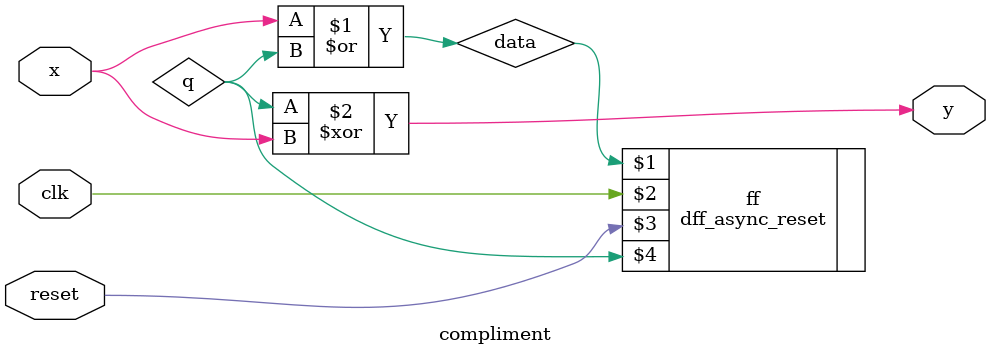
<source format=v>

module compliment(
	input wire x, 
	input wire reset,
	input wire clk,
	output wire y
);
	
	or or_data(data, x, q);
	xor xor_y(y, q, x);
	
	dff_async_reset ff(data, clk, reset, q);
	
endmodule

</source>
